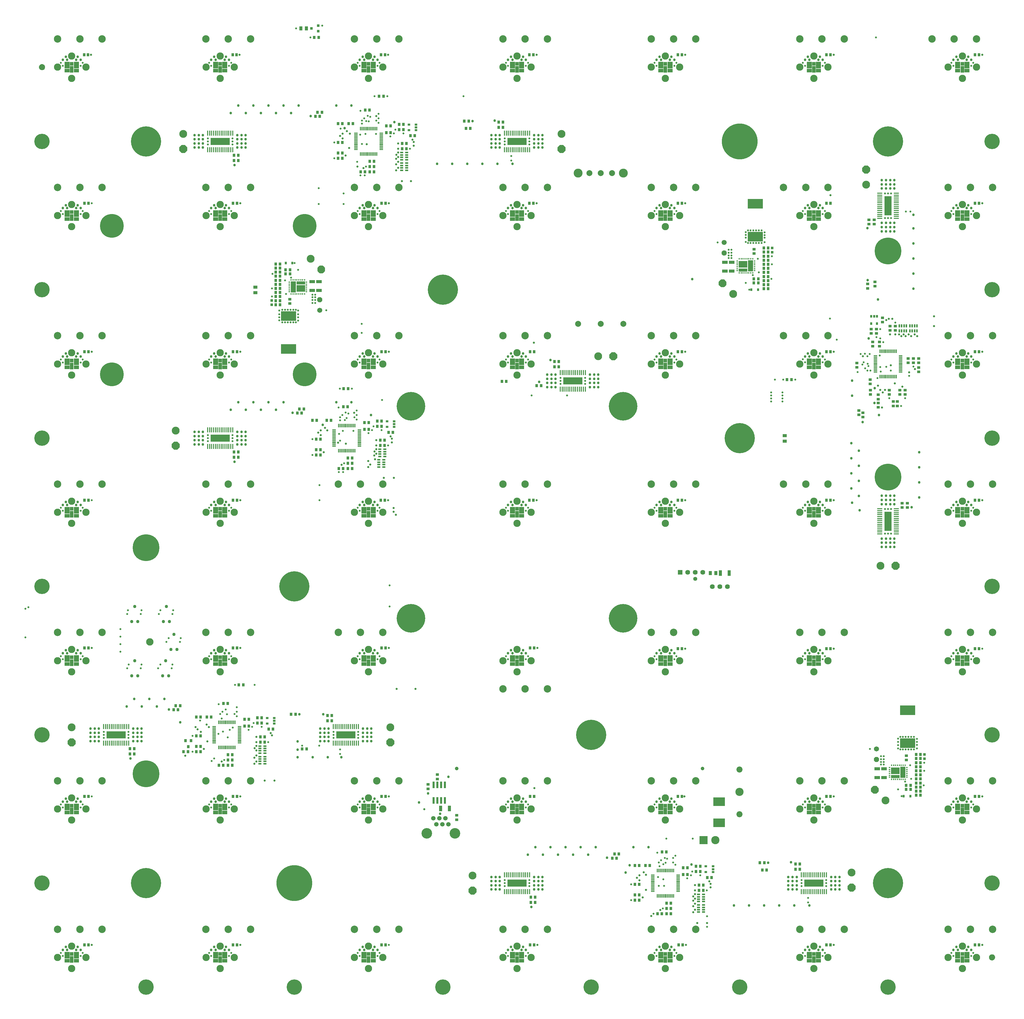
<source format=gts>
G75*
%MOIN*%
%OFA0B0*%
%FSLAX24Y24*%
%IPPOS*%
%LPD*%
%AMOC8*
5,1,8,0,0,1.08239X$1,22.5*
%
%ADD10C,0.2040*%
%ADD11C,0.0978*%
%ADD12C,0.0400*%
%ADD13R,0.0150X0.0512*%
%ADD14R,0.0512X0.0150*%
%ADD15R,0.0360X0.0400*%
%ADD16R,0.0355X0.0257*%
%ADD17R,0.2583X0.0965*%
%ADD18R,0.0158X0.0670*%
%ADD19R,0.0669X0.0866*%
%ADD20R,0.0669X0.0512*%
%ADD21R,0.0512X0.0512*%
%ADD22R,0.0512X0.0866*%
%ADD23C,0.0960*%
%ADD24C,0.0965*%
%ADD25C,0.0985*%
%ADD26R,0.0355X0.0394*%
%ADD27R,0.0394X0.0207*%
%ADD28C,0.1040*%
%ADD29OC8,0.1040*%
%ADD30R,0.0400X0.0360*%
%ADD31R,0.0257X0.0355*%
%ADD32R,0.0965X0.2583*%
%ADD33R,0.0670X0.0158*%
%ADD34R,0.0207X0.0394*%
%ADD35C,0.4000*%
%ADD36C,0.3790*%
%ADD37C,0.3140*%
%ADD38C,0.0640*%
%ADD39R,0.0640X0.0640*%
%ADD40C,0.0532*%
%ADD41R,0.0420X0.0580*%
%ADD42R,0.0434X0.0749*%
%ADD43R,0.1090X0.1090*%
%ADD44C,0.1090*%
%ADD45C,0.1080*%
%ADD46C,0.0805*%
%ADD47R,0.1536X0.1142*%
%ADD48C,0.1400*%
%ADD49C,0.0590*%
%ADD50R,0.0276X0.0906*%
%ADD51R,0.0340X0.0340*%
%ADD52C,0.0790*%
%ADD53C,0.1180*%
%ADD54OC8,0.0670*%
%ADD55C,0.0670*%
%ADD56C,0.0208*%
%ADD57R,0.2009X0.1260*%
%ADD58R,0.0158X0.0197*%
%ADD59R,0.0197X0.0158*%
%ADD60R,0.1154X0.0394*%
%ADD61R,0.1154X0.0906*%
%ADD62R,0.0670X0.1497*%
%ADD63R,0.0288X0.0367*%
%ADD64R,0.0749X0.0434*%
%ADD65C,0.0430*%
%ADD66R,0.0580X0.0420*%
%ADD67C,0.0340*%
%ADD68C,0.0260*%
%ADD69C,0.0290*%
%ADD70C,0.3540*%
%ADD71C,0.4764*%
%ADD72C,0.0490*%
%ADD73C,0.0280*%
D10*
X004087Y017867D03*
X017867Y004087D03*
X037552Y004087D03*
X057237Y004087D03*
X076922Y004087D03*
X096607Y004087D03*
X116292Y004087D03*
X130071Y017867D03*
X130071Y037552D03*
X130071Y057237D03*
X130071Y076922D03*
X130071Y096607D03*
X130071Y116292D03*
X004087Y116292D03*
X004087Y096607D03*
X004087Y076922D03*
X004087Y057237D03*
X004087Y037552D03*
D11*
X018379Y049879D03*
D12*
X003886Y126134D02*
X003888Y126162D01*
X003894Y126189D01*
X003903Y126216D01*
X003917Y126241D01*
X003933Y126263D01*
X003953Y126283D01*
X003975Y126301D01*
X003999Y126315D01*
X004025Y126325D01*
X004052Y126332D01*
X004080Y126335D01*
X004108Y126334D01*
X004136Y126329D01*
X004162Y126320D01*
X004187Y126308D01*
X004211Y126292D01*
X004232Y126274D01*
X004250Y126252D01*
X004264Y126228D01*
X004276Y126203D01*
X004284Y126176D01*
X004288Y126148D01*
X004288Y126120D01*
X004284Y126092D01*
X004276Y126065D01*
X004264Y126040D01*
X004250Y126016D01*
X004232Y125994D01*
X004211Y125976D01*
X004188Y125960D01*
X004162Y125948D01*
X004136Y125939D01*
X004108Y125934D01*
X004080Y125933D01*
X004052Y125936D01*
X004025Y125943D01*
X003999Y125953D01*
X003975Y125967D01*
X003953Y125985D01*
X003933Y126005D01*
X003917Y126027D01*
X003903Y126052D01*
X003894Y126079D01*
X003888Y126106D01*
X003886Y126134D01*
X129870Y008024D02*
X129872Y008052D01*
X129878Y008079D01*
X129887Y008106D01*
X129901Y008131D01*
X129917Y008153D01*
X129937Y008173D01*
X129959Y008191D01*
X129983Y008205D01*
X130009Y008215D01*
X130036Y008222D01*
X130064Y008225D01*
X130092Y008224D01*
X130120Y008219D01*
X130146Y008210D01*
X130171Y008198D01*
X130195Y008182D01*
X130216Y008164D01*
X130234Y008142D01*
X130248Y008118D01*
X130260Y008093D01*
X130268Y008066D01*
X130272Y008038D01*
X130272Y008010D01*
X130268Y007982D01*
X130260Y007955D01*
X130248Y007930D01*
X130234Y007906D01*
X130216Y007884D01*
X130195Y007866D01*
X130172Y007850D01*
X130146Y007838D01*
X130120Y007829D01*
X130092Y007824D01*
X130064Y007823D01*
X130036Y007826D01*
X130009Y007833D01*
X129983Y007843D01*
X129959Y007857D01*
X129937Y007875D01*
X129917Y007895D01*
X129901Y007917D01*
X129887Y007942D01*
X129878Y007969D01*
X129872Y007996D01*
X129870Y008024D01*
D13*
X087847Y016193D03*
X087650Y016193D03*
X087453Y016193D03*
X087256Y016193D03*
X087059Y016193D03*
X086863Y016193D03*
X086666Y016193D03*
X086469Y016193D03*
X086272Y016193D03*
X086075Y016193D03*
X085878Y016193D03*
X085681Y016193D03*
X085681Y019540D03*
X085878Y019540D03*
X086075Y019540D03*
X086272Y019540D03*
X086469Y019540D03*
X086666Y019540D03*
X086863Y019540D03*
X087059Y019540D03*
X087256Y019540D03*
X087453Y019540D03*
X087650Y019540D03*
X087847Y019540D03*
X045577Y075248D03*
X045380Y075248D03*
X045183Y075248D03*
X044986Y075248D03*
X044789Y075248D03*
X044593Y075248D03*
X044396Y075248D03*
X044199Y075248D03*
X044002Y075248D03*
X043805Y075248D03*
X043608Y075248D03*
X043411Y075248D03*
X043411Y078595D03*
X043608Y078595D03*
X043805Y078595D03*
X044002Y078595D03*
X044199Y078595D03*
X044396Y078595D03*
X044593Y078595D03*
X044789Y078595D03*
X044986Y078595D03*
X045183Y078595D03*
X045380Y078595D03*
X045577Y078595D03*
X046311Y114619D03*
X046508Y114619D03*
X046705Y114619D03*
X046902Y114619D03*
X047099Y114619D03*
X047296Y114619D03*
X047493Y114619D03*
X047689Y114619D03*
X047886Y114619D03*
X048083Y114619D03*
X048280Y114619D03*
X048477Y114619D03*
X048477Y117965D03*
X048280Y117965D03*
X048083Y117965D03*
X047886Y117965D03*
X047689Y117965D03*
X047493Y117965D03*
X047296Y117965D03*
X047099Y117965D03*
X046902Y117965D03*
X046705Y117965D03*
X046508Y117965D03*
X046311Y117965D03*
X115209Y088437D03*
X115406Y088437D03*
X115603Y088437D03*
X115800Y088437D03*
X115996Y088437D03*
X116193Y088437D03*
X116390Y088437D03*
X116587Y088437D03*
X116784Y088437D03*
X116981Y088437D03*
X117178Y088437D03*
X117374Y088437D03*
X117374Y085091D03*
X117178Y085091D03*
X116981Y085091D03*
X116784Y085091D03*
X116587Y085091D03*
X116390Y085091D03*
X116193Y085091D03*
X115996Y085091D03*
X115800Y085091D03*
X115603Y085091D03*
X115406Y085091D03*
X115209Y085091D03*
X029677Y039225D03*
X029480Y039225D03*
X029283Y039225D03*
X029086Y039225D03*
X028889Y039225D03*
X028693Y039225D03*
X028496Y039225D03*
X028299Y039225D03*
X028102Y039225D03*
X027905Y039225D03*
X027708Y039225D03*
X027511Y039225D03*
X027511Y035878D03*
X027708Y035878D03*
X027905Y035878D03*
X028102Y035878D03*
X028299Y035878D03*
X028496Y035878D03*
X028693Y035878D03*
X028889Y035878D03*
X029086Y035878D03*
X029283Y035878D03*
X029480Y035878D03*
X029677Y035878D03*
D14*
X030267Y036469D03*
X030267Y036666D03*
X030267Y036863D03*
X030267Y037059D03*
X030267Y037256D03*
X030267Y037453D03*
X030267Y037650D03*
X030267Y037847D03*
X030267Y038044D03*
X030267Y038241D03*
X030267Y038437D03*
X030267Y038634D03*
X026921Y038634D03*
X026921Y038437D03*
X026921Y038241D03*
X026921Y038044D03*
X026921Y037847D03*
X026921Y037650D03*
X026921Y037453D03*
X026921Y037256D03*
X026921Y037059D03*
X026921Y036863D03*
X026921Y036666D03*
X026921Y036469D03*
X042821Y075839D03*
X042821Y076036D03*
X042821Y076233D03*
X042821Y076430D03*
X042821Y076626D03*
X042821Y076823D03*
X042821Y077020D03*
X042821Y077217D03*
X042821Y077414D03*
X042821Y077611D03*
X042821Y077807D03*
X042821Y078004D03*
X046167Y078004D03*
X046167Y077807D03*
X046167Y077611D03*
X046167Y077414D03*
X046167Y077217D03*
X046167Y077020D03*
X046167Y076823D03*
X046167Y076626D03*
X046167Y076430D03*
X046167Y076233D03*
X046167Y076036D03*
X046167Y075839D03*
X045721Y115209D03*
X045721Y115406D03*
X045721Y115603D03*
X045721Y115800D03*
X045721Y115996D03*
X045721Y116193D03*
X045721Y116390D03*
X045721Y116587D03*
X045721Y116784D03*
X045721Y116981D03*
X045721Y117178D03*
X045721Y117374D03*
X049067Y117374D03*
X049067Y117178D03*
X049067Y116981D03*
X049067Y116784D03*
X049067Y116587D03*
X049067Y116390D03*
X049067Y116193D03*
X049067Y115996D03*
X049067Y115800D03*
X049067Y115603D03*
X049067Y115406D03*
X049067Y115209D03*
X114619Y087847D03*
X114619Y087650D03*
X114619Y087453D03*
X114619Y087256D03*
X114619Y087059D03*
X114619Y086863D03*
X114619Y086666D03*
X114619Y086469D03*
X114619Y086272D03*
X114619Y086075D03*
X114619Y085878D03*
X114619Y085681D03*
X117965Y085681D03*
X117965Y085878D03*
X117965Y086075D03*
X117965Y086272D03*
X117965Y086469D03*
X117965Y086666D03*
X117965Y086863D03*
X117965Y087059D03*
X117965Y087256D03*
X117965Y087453D03*
X117965Y087650D03*
X117965Y087847D03*
X088437Y018949D03*
X088437Y018752D03*
X088437Y018556D03*
X088437Y018359D03*
X088437Y018162D03*
X088437Y017965D03*
X088437Y017768D03*
X088437Y017571D03*
X088437Y017374D03*
X088437Y017178D03*
X088437Y016981D03*
X088437Y016784D03*
X085091Y016784D03*
X085091Y016981D03*
X085091Y017178D03*
X085091Y017374D03*
X085091Y017571D03*
X085091Y017768D03*
X085091Y017965D03*
X085091Y018162D03*
X085091Y018359D03*
X085091Y018556D03*
X085091Y018752D03*
X085091Y018949D03*
D15*
X084692Y020229D03*
X084112Y020229D03*
X083284Y020224D03*
X082704Y020224D03*
X080581Y021737D03*
X080001Y021737D03*
X080283Y021194D03*
X079703Y021194D03*
X082704Y017724D03*
X083284Y017724D03*
X083284Y016324D03*
X082704Y016324D03*
X082704Y015624D03*
X083284Y015624D03*
X085704Y013824D03*
X086284Y013824D03*
X086904Y013824D03*
X087484Y013824D03*
X087484Y014524D03*
X086904Y014524D03*
X086904Y015224D03*
X087484Y015224D03*
X091204Y016904D03*
X091784Y016904D03*
X091784Y017604D03*
X091204Y017604D03*
X092304Y018624D03*
X092884Y018624D03*
X091384Y019424D03*
X090804Y019424D03*
X090804Y020124D03*
X091384Y020124D03*
X089684Y019924D03*
X089104Y019924D03*
X089104Y019024D03*
X089684Y019024D03*
X086884Y022024D03*
X086304Y022024D03*
X099289Y020579D03*
X099869Y020579D03*
X099609Y019609D03*
X100189Y019609D03*
X104004Y019724D03*
X104584Y019724D03*
X104584Y020424D03*
X104004Y020424D03*
X118689Y030319D03*
X118689Y030859D03*
X119269Y030859D03*
X119269Y030319D03*
X120009Y030079D03*
X120009Y029539D03*
X120589Y029539D03*
X120589Y030079D03*
X120589Y030619D03*
X120589Y031159D03*
X120589Y031699D03*
X120589Y032239D03*
X120589Y032779D03*
X120589Y033319D03*
X120589Y033859D03*
X120589Y034399D03*
X120589Y034939D03*
X120009Y034939D03*
X120009Y034399D03*
X120009Y033859D03*
X120009Y033319D03*
X120009Y032779D03*
X120009Y032239D03*
X120009Y031699D03*
X120009Y031159D03*
X120009Y030619D03*
X069484Y016024D03*
X068904Y016024D03*
X068904Y015324D03*
X069484Y015324D03*
X042514Y039409D03*
X041934Y039409D03*
X041934Y040109D03*
X042514Y040109D03*
X037709Y040279D03*
X037129Y040279D03*
X034714Y038309D03*
X034134Y038309D03*
X033614Y037289D03*
X033034Y037289D03*
X033034Y036589D03*
X033614Y036589D03*
X033214Y039109D03*
X032634Y039109D03*
X032634Y039809D03*
X033214Y039809D03*
X031514Y039609D03*
X030934Y039609D03*
X030934Y038709D03*
X031514Y038709D03*
X028714Y041709D03*
X028134Y041709D03*
X026522Y039914D03*
X025942Y039914D03*
X025114Y039909D03*
X024534Y039909D03*
X024534Y037409D03*
X025114Y037409D03*
X025114Y036009D03*
X024534Y036009D03*
X024534Y035309D03*
X025114Y035309D03*
X023439Y035309D03*
X022859Y035309D03*
X027534Y033509D03*
X028114Y033509D03*
X028734Y033509D03*
X029314Y033509D03*
X029314Y034209D03*
X028734Y034209D03*
X028734Y034909D03*
X029314Y034909D03*
X022113Y040879D03*
X021533Y040879D03*
X021831Y041422D03*
X022411Y041422D03*
X016314Y035709D03*
X015734Y035709D03*
X015734Y035009D03*
X016314Y035009D03*
X030189Y044179D03*
X030769Y044179D03*
X038589Y035679D03*
X039169Y035679D03*
X043434Y072879D03*
X044014Y072879D03*
X044634Y072879D03*
X045214Y072879D03*
X045214Y073579D03*
X044634Y073579D03*
X044634Y074279D03*
X045214Y074279D03*
X046834Y078079D03*
X047414Y078079D03*
X047414Y078979D03*
X046834Y078979D03*
X048534Y079179D03*
X049114Y079179D03*
X049114Y078479D03*
X048534Y078479D03*
X050034Y077679D03*
X050614Y077679D03*
X049514Y076659D03*
X048934Y076659D03*
X048934Y075959D03*
X049514Y075959D03*
X044614Y081079D03*
X044034Y081079D03*
X044089Y083479D03*
X044669Y083479D03*
X042422Y079284D03*
X041842Y079284D03*
X040514Y079279D03*
X039934Y079279D03*
X038513Y080249D03*
X037933Y080249D03*
X038231Y080792D03*
X038811Y080792D03*
X040434Y076779D03*
X041014Y076779D03*
X041014Y075379D03*
X040434Y075379D03*
X040434Y074679D03*
X041014Y074679D03*
X030114Y074379D03*
X029534Y074379D03*
X029534Y075079D03*
X030114Y075079D03*
X035069Y094619D03*
X035069Y095159D03*
X035069Y095699D03*
X035069Y096239D03*
X035069Y096779D03*
X035069Y097319D03*
X035069Y097859D03*
X035069Y098399D03*
X035069Y098939D03*
X035069Y099479D03*
X035069Y100019D03*
X035649Y100019D03*
X035649Y099479D03*
X035649Y098939D03*
X035649Y098399D03*
X035649Y097859D03*
X035649Y097319D03*
X035649Y096779D03*
X035649Y096239D03*
X035649Y095699D03*
X035649Y095159D03*
X035649Y094619D03*
X036389Y098699D03*
X036389Y099239D03*
X036969Y099239D03*
X036969Y098699D03*
X046334Y112249D03*
X046914Y112249D03*
X047534Y112249D03*
X048114Y112249D03*
X048114Y112949D03*
X047534Y112949D03*
X047534Y113649D03*
X048114Y113649D03*
X051834Y115329D03*
X052414Y115329D03*
X052414Y116029D03*
X051834Y116029D03*
X052934Y117049D03*
X053514Y117049D03*
X052014Y117849D03*
X051434Y117849D03*
X051434Y118549D03*
X052014Y118549D03*
X050314Y118349D03*
X049734Y118349D03*
X049734Y117449D03*
X050314Y117449D03*
X047514Y120449D03*
X046934Y120449D03*
X045322Y118654D03*
X044742Y118654D03*
X043914Y118649D03*
X043334Y118649D03*
X043334Y116149D03*
X043914Y116149D03*
X043914Y114749D03*
X043334Y114749D03*
X043334Y114049D03*
X043914Y114049D03*
X040913Y119619D03*
X040333Y119619D03*
X040631Y120162D03*
X041211Y120162D03*
X048789Y122279D03*
X049369Y122279D03*
X040769Y130079D03*
X040189Y130079D03*
X030114Y114449D03*
X029534Y114449D03*
X029534Y113749D03*
X030114Y113749D03*
X060089Y118979D03*
X060669Y118979D03*
X060889Y117999D03*
X060309Y117999D03*
X064634Y118149D03*
X065214Y118149D03*
X065214Y118849D03*
X064634Y118849D03*
X072034Y087079D03*
X072614Y087079D03*
X072614Y086379D03*
X072034Y086379D03*
X070269Y083879D03*
X069689Y083879D03*
X065649Y084459D03*
X065069Y084459D03*
X098489Y097519D03*
X098489Y098059D03*
X099069Y098059D03*
X099069Y097519D03*
X099809Y097279D03*
X099809Y096739D03*
X100389Y096739D03*
X100389Y097279D03*
X100389Y097819D03*
X100389Y098359D03*
X100389Y098899D03*
X100389Y099439D03*
X100389Y099979D03*
X100389Y100519D03*
X100389Y101059D03*
X100389Y101599D03*
X100389Y102139D03*
X099809Y102139D03*
X099809Y101599D03*
X099809Y101059D03*
X099809Y100519D03*
X099809Y099979D03*
X099809Y099439D03*
X099809Y098899D03*
X099809Y098359D03*
X099809Y097819D03*
X102889Y084679D03*
X103469Y084679D03*
D16*
X053696Y117775D03*
X053696Y118149D03*
X053696Y118523D03*
X052752Y118523D03*
X052752Y117775D03*
X050796Y079153D03*
X050796Y078779D03*
X050796Y078405D03*
X049852Y078405D03*
X049852Y079153D03*
X034896Y039783D03*
X034896Y039409D03*
X034896Y039035D03*
X033952Y039035D03*
X033952Y039783D03*
X092122Y020098D03*
X092122Y019350D03*
X093067Y019350D03*
X093067Y019724D03*
X093067Y020098D03*
D17*
X106449Y017867D03*
X067079Y017867D03*
X044379Y037552D03*
X013909Y037552D03*
X027709Y076922D03*
X027709Y116292D03*
X067079Y116292D03*
X074479Y084522D03*
D18*
X074351Y085624D03*
X074095Y085624D03*
X073839Y085624D03*
X073583Y085624D03*
X073328Y085624D03*
X073072Y085624D03*
X072816Y085624D03*
X074607Y085624D03*
X074863Y085624D03*
X075119Y085624D03*
X075375Y085624D03*
X075631Y085624D03*
X075887Y085624D03*
X076143Y085624D03*
X076143Y083419D03*
X075887Y083419D03*
X075631Y083419D03*
X075375Y083419D03*
X075119Y083419D03*
X074863Y083419D03*
X074607Y083419D03*
X074351Y083419D03*
X074095Y083419D03*
X073839Y083419D03*
X073583Y083419D03*
X073328Y083419D03*
X073072Y083419D03*
X072816Y083419D03*
X068743Y115189D03*
X068487Y115189D03*
X068231Y115189D03*
X067975Y115189D03*
X067719Y115189D03*
X067463Y115189D03*
X067207Y115189D03*
X066951Y115189D03*
X066695Y115189D03*
X066439Y115189D03*
X066183Y115189D03*
X065928Y115189D03*
X065672Y115189D03*
X065416Y115189D03*
X065416Y117394D03*
X065672Y117394D03*
X065928Y117394D03*
X066183Y117394D03*
X066439Y117394D03*
X066695Y117394D03*
X066951Y117394D03*
X067207Y117394D03*
X067463Y117394D03*
X067719Y117394D03*
X067975Y117394D03*
X068231Y117394D03*
X068487Y117394D03*
X068743Y117394D03*
X029372Y117394D03*
X029117Y117394D03*
X028861Y117394D03*
X028605Y117394D03*
X028349Y117394D03*
X028093Y117394D03*
X027837Y117394D03*
X027581Y117394D03*
X027325Y117394D03*
X027069Y117394D03*
X026813Y117394D03*
X026557Y117394D03*
X026302Y117394D03*
X026046Y117394D03*
X026046Y115189D03*
X026302Y115189D03*
X026557Y115189D03*
X026813Y115189D03*
X027069Y115189D03*
X027325Y115189D03*
X027581Y115189D03*
X027837Y115189D03*
X028093Y115189D03*
X028349Y115189D03*
X028605Y115189D03*
X028861Y115189D03*
X029117Y115189D03*
X029372Y115189D03*
X029372Y078024D03*
X029117Y078024D03*
X028861Y078024D03*
X028605Y078024D03*
X028349Y078024D03*
X028093Y078024D03*
X027837Y078024D03*
X027581Y078024D03*
X027325Y078024D03*
X027069Y078024D03*
X026813Y078024D03*
X026557Y078024D03*
X026302Y078024D03*
X026046Y078024D03*
X026046Y075819D03*
X026302Y075819D03*
X026557Y075819D03*
X026813Y075819D03*
X027069Y075819D03*
X027325Y075819D03*
X027581Y075819D03*
X027837Y075819D03*
X028093Y075819D03*
X028349Y075819D03*
X028605Y075819D03*
X028861Y075819D03*
X029117Y075819D03*
X029372Y075819D03*
X042716Y038654D03*
X042972Y038654D03*
X043228Y038654D03*
X043483Y038654D03*
X043739Y038654D03*
X043995Y038654D03*
X044251Y038654D03*
X044507Y038654D03*
X044763Y038654D03*
X045019Y038654D03*
X045275Y038654D03*
X045531Y038654D03*
X045787Y038654D03*
X046043Y038654D03*
X046043Y036449D03*
X045787Y036449D03*
X045531Y036449D03*
X045275Y036449D03*
X045019Y036449D03*
X044763Y036449D03*
X044507Y036449D03*
X044251Y036449D03*
X043995Y036449D03*
X043739Y036449D03*
X043483Y036449D03*
X043228Y036449D03*
X042972Y036449D03*
X042716Y036449D03*
X065416Y018969D03*
X065672Y018969D03*
X065928Y018969D03*
X066183Y018969D03*
X066439Y018969D03*
X066695Y018969D03*
X066951Y018969D03*
X067207Y018969D03*
X067463Y018969D03*
X067719Y018969D03*
X067975Y018969D03*
X068231Y018969D03*
X068487Y018969D03*
X068743Y018969D03*
X068743Y016764D03*
X068487Y016764D03*
X068231Y016764D03*
X067975Y016764D03*
X067719Y016764D03*
X067463Y016764D03*
X067207Y016764D03*
X066951Y016764D03*
X066695Y016764D03*
X066439Y016764D03*
X066183Y016764D03*
X065928Y016764D03*
X065672Y016764D03*
X065416Y016764D03*
X104786Y016764D03*
X105042Y016764D03*
X105298Y016764D03*
X105554Y016764D03*
X105809Y016764D03*
X106065Y016764D03*
X106321Y016764D03*
X106577Y016764D03*
X106833Y016764D03*
X107089Y016764D03*
X107345Y016764D03*
X107601Y016764D03*
X107857Y016764D03*
X108113Y016764D03*
X108113Y018969D03*
X107857Y018969D03*
X107601Y018969D03*
X107345Y018969D03*
X107089Y018969D03*
X106833Y018969D03*
X106577Y018969D03*
X106321Y018969D03*
X106065Y018969D03*
X105809Y018969D03*
X105554Y018969D03*
X105298Y018969D03*
X105042Y018969D03*
X104786Y018969D03*
X015572Y036449D03*
X015317Y036449D03*
X015061Y036449D03*
X014805Y036449D03*
X014549Y036449D03*
X014293Y036449D03*
X014037Y036449D03*
X013781Y036449D03*
X013525Y036449D03*
X013269Y036449D03*
X013013Y036449D03*
X012757Y036449D03*
X012502Y036449D03*
X012246Y036449D03*
X012246Y038654D03*
X012502Y038654D03*
X012757Y038654D03*
X013013Y038654D03*
X013269Y038654D03*
X013525Y038654D03*
X013781Y038654D03*
X014037Y038654D03*
X014293Y038654D03*
X014549Y038654D03*
X014805Y038654D03*
X015061Y038654D03*
X015317Y038654D03*
X015572Y038654D03*
D19*
X008634Y047670D03*
X007414Y047670D03*
X007414Y027985D03*
X008634Y027985D03*
X027099Y027985D03*
X028319Y027985D03*
X046784Y027985D03*
X048004Y027985D03*
X066469Y027985D03*
X067689Y027985D03*
X086154Y027985D03*
X087374Y027985D03*
X105839Y027985D03*
X107059Y027985D03*
X125524Y027985D03*
X126744Y027985D03*
X126744Y047670D03*
X125524Y047670D03*
X107059Y047670D03*
X105839Y047670D03*
X087374Y047670D03*
X086154Y047670D03*
X067689Y047670D03*
X066469Y047670D03*
X048004Y047670D03*
X046784Y047670D03*
X028319Y047670D03*
X027099Y047670D03*
X027099Y067355D03*
X028319Y067355D03*
X046784Y067355D03*
X048004Y067355D03*
X066469Y067355D03*
X067689Y067355D03*
X086154Y067355D03*
X087374Y067355D03*
X105839Y067355D03*
X107059Y067355D03*
X125524Y067355D03*
X126744Y067355D03*
X126744Y087040D03*
X125524Y087040D03*
X107059Y087040D03*
X105839Y087040D03*
X087374Y087040D03*
X086154Y087040D03*
X067689Y087040D03*
X066469Y087040D03*
X048004Y087040D03*
X046784Y087040D03*
X028319Y087040D03*
X027099Y087040D03*
X008634Y087040D03*
X007414Y087040D03*
X007414Y106725D03*
X008634Y106725D03*
X027099Y106725D03*
X028319Y106725D03*
X046784Y106725D03*
X048004Y106725D03*
X066469Y106725D03*
X067689Y106725D03*
X086154Y106725D03*
X087374Y106725D03*
X105839Y106725D03*
X107059Y106725D03*
X125524Y106725D03*
X126744Y106725D03*
X126744Y126410D03*
X125524Y126410D03*
X107059Y126410D03*
X105839Y126410D03*
X087374Y126410D03*
X086154Y126410D03*
X067689Y126410D03*
X066469Y126410D03*
X048004Y126410D03*
X046784Y126410D03*
X028319Y126410D03*
X027099Y126410D03*
X008634Y126410D03*
X007414Y126410D03*
X007414Y067355D03*
X008634Y067355D03*
X008634Y008300D03*
X007414Y008300D03*
X027099Y008300D03*
X028319Y008300D03*
X046784Y008300D03*
X048004Y008300D03*
X066469Y008300D03*
X067689Y008300D03*
X086154Y008300D03*
X087374Y008300D03*
X105839Y008300D03*
X107059Y008300D03*
X125524Y008300D03*
X126744Y008300D03*
D20*
X126744Y007571D03*
X125524Y007571D03*
X107059Y007571D03*
X105839Y007571D03*
X087374Y007571D03*
X086154Y007571D03*
X067689Y007571D03*
X066469Y007571D03*
X048004Y007571D03*
X046784Y007571D03*
X028319Y007571D03*
X027099Y007571D03*
X008634Y007571D03*
X007414Y007571D03*
X007414Y027256D03*
X008634Y027256D03*
X027099Y027256D03*
X028319Y027256D03*
X046784Y027256D03*
X048004Y027256D03*
X066469Y027256D03*
X067689Y027256D03*
X086154Y027256D03*
X087374Y027256D03*
X105839Y027256D03*
X107059Y027256D03*
X125524Y027256D03*
X126744Y027256D03*
X126744Y046941D03*
X125524Y046941D03*
X107059Y046941D03*
X105839Y046941D03*
X087374Y046941D03*
X086154Y046941D03*
X067689Y046941D03*
X066469Y046941D03*
X048004Y046941D03*
X046784Y046941D03*
X028319Y046941D03*
X027099Y046941D03*
X008634Y046941D03*
X007414Y046941D03*
X007414Y066626D03*
X008634Y066626D03*
X027099Y066626D03*
X028319Y066626D03*
X046784Y066626D03*
X048004Y066626D03*
X066469Y066626D03*
X067689Y066626D03*
X086154Y066626D03*
X087374Y066626D03*
X105839Y066626D03*
X107059Y066626D03*
X125524Y066626D03*
X126744Y066626D03*
X126744Y086311D03*
X125524Y086311D03*
X107059Y086311D03*
X105839Y086311D03*
X087374Y086311D03*
X086154Y086311D03*
X067689Y086311D03*
X066469Y086311D03*
X048004Y086311D03*
X046784Y086311D03*
X028319Y086311D03*
X027099Y086311D03*
X008634Y086311D03*
X007414Y086311D03*
X007414Y105996D03*
X008634Y105996D03*
X027099Y105996D03*
X028319Y105996D03*
X046784Y105996D03*
X048004Y105996D03*
X066469Y105996D03*
X067689Y105996D03*
X086154Y105996D03*
X087374Y105996D03*
X105839Y105996D03*
X107059Y105996D03*
X125524Y105996D03*
X126744Y105996D03*
X126744Y125681D03*
X125524Y125681D03*
X107059Y125681D03*
X105839Y125681D03*
X087374Y125681D03*
X086154Y125681D03*
X067689Y125681D03*
X066469Y125681D03*
X048004Y125681D03*
X046784Y125681D03*
X028319Y125681D03*
X027099Y125681D03*
X008634Y125681D03*
X007414Y125681D03*
D21*
X008024Y126587D03*
X008024Y106902D03*
X008024Y087217D03*
X008024Y067532D03*
X027709Y067532D03*
X027709Y087217D03*
X027709Y106902D03*
X027709Y126587D03*
X047394Y126587D03*
X047394Y106902D03*
X047394Y087217D03*
X047394Y067532D03*
X067079Y067532D03*
X067079Y087217D03*
X067079Y106902D03*
X067079Y126587D03*
X086764Y126587D03*
X086764Y106902D03*
X086764Y087217D03*
X086764Y067532D03*
X086764Y047847D03*
X067079Y047847D03*
X047394Y047847D03*
X047394Y028162D03*
X047394Y008477D03*
X027709Y008477D03*
X027709Y028162D03*
X027709Y047847D03*
X008024Y047847D03*
X008024Y028162D03*
X008024Y008477D03*
X067079Y008477D03*
X067079Y028162D03*
X086764Y028162D03*
X086764Y008477D03*
X106449Y008477D03*
X106449Y028162D03*
X106449Y047847D03*
X106449Y067532D03*
X106449Y087217D03*
X106449Y106902D03*
X106449Y126587D03*
X126134Y126587D03*
X126134Y106902D03*
X126134Y087217D03*
X126134Y067532D03*
X126134Y047847D03*
X126134Y028162D03*
X126134Y008477D03*
D22*
X126134Y007752D03*
X126134Y027437D03*
X106449Y027437D03*
X106449Y007752D03*
X086764Y007752D03*
X067079Y007752D03*
X047394Y007752D03*
X047394Y027437D03*
X027709Y027437D03*
X027709Y007752D03*
X008024Y007752D03*
X008024Y027437D03*
X008024Y047122D03*
X008024Y066807D03*
X008024Y086493D03*
X008024Y106178D03*
X008024Y125863D03*
X027709Y125863D03*
X027709Y106178D03*
X047394Y106178D03*
X047394Y125863D03*
X067079Y125863D03*
X067079Y106178D03*
X086764Y106178D03*
X086764Y125863D03*
X106449Y125863D03*
X106449Y106178D03*
X126134Y106178D03*
X126134Y125863D03*
X126134Y086493D03*
X126134Y066807D03*
X126134Y047122D03*
X106449Y047122D03*
X106449Y066807D03*
X106449Y086493D03*
X086764Y086493D03*
X067079Y086493D03*
X047394Y086493D03*
X047394Y066807D03*
X047394Y047122D03*
X027709Y047122D03*
X027709Y066807D03*
X027709Y086493D03*
X067079Y066807D03*
X067079Y047122D03*
X067079Y027437D03*
X086764Y027437D03*
X086764Y047122D03*
X086764Y066807D03*
D23*
X006149Y008024D03*
X009899Y008024D03*
X025834Y008024D03*
X029584Y008024D03*
X045519Y008024D03*
X049269Y008024D03*
X065204Y008024D03*
X068954Y008024D03*
X084889Y008024D03*
X088639Y008024D03*
X104574Y008024D03*
X108324Y008024D03*
X124259Y008024D03*
X128009Y008024D03*
X128009Y027709D03*
X124259Y027709D03*
X108324Y027709D03*
X104574Y027709D03*
X088639Y027709D03*
X084889Y027709D03*
X068954Y027709D03*
X065204Y027709D03*
X049269Y027709D03*
X045519Y027709D03*
X029584Y027709D03*
X025834Y027709D03*
X009899Y027709D03*
X006149Y027709D03*
X006149Y047394D03*
X009899Y047394D03*
X025834Y047394D03*
X029584Y047394D03*
X045519Y047394D03*
X049269Y047394D03*
X065204Y047394D03*
X068954Y047394D03*
X084889Y047394D03*
X088639Y047394D03*
X104574Y047394D03*
X108324Y047394D03*
X124259Y047394D03*
X128009Y047394D03*
X128009Y067079D03*
X124259Y067079D03*
X108324Y067079D03*
X104574Y067079D03*
X088639Y067079D03*
X084889Y067079D03*
X068954Y067079D03*
X065204Y067079D03*
X049269Y067079D03*
X045519Y067079D03*
X029584Y067079D03*
X025834Y067079D03*
X009899Y067079D03*
X006149Y067079D03*
X006149Y086764D03*
X009899Y086764D03*
X025834Y086764D03*
X029584Y086764D03*
X045519Y086764D03*
X049269Y086764D03*
X065204Y086764D03*
X068954Y086764D03*
X084889Y086764D03*
X088639Y086764D03*
X104574Y086764D03*
X108324Y086764D03*
X124259Y086764D03*
X128009Y086764D03*
X128009Y106449D03*
X124259Y106449D03*
X108324Y106449D03*
X104574Y106449D03*
X088639Y106449D03*
X084889Y106449D03*
X068954Y106449D03*
X065204Y106449D03*
X049269Y106449D03*
X045519Y106449D03*
X029584Y106449D03*
X025834Y106449D03*
X009899Y106449D03*
X006149Y106449D03*
X006149Y126134D03*
X009899Y126134D03*
X025834Y126134D03*
X029584Y126134D03*
X045519Y126134D03*
X049269Y126134D03*
X065204Y126134D03*
X068954Y126134D03*
X084889Y126134D03*
X088639Y126134D03*
X104574Y126134D03*
X108324Y126134D03*
X124259Y126134D03*
X128009Y126134D03*
D24*
X126134Y124658D03*
X126134Y127611D03*
X126134Y107926D03*
X126134Y104973D03*
X126134Y088241D03*
X126134Y085288D03*
X126134Y068556D03*
X126134Y065603D03*
X126134Y048870D03*
X126134Y045918D03*
X126134Y029185D03*
X126134Y026233D03*
X126134Y009500D03*
X126134Y006548D03*
X106449Y006548D03*
X106449Y009500D03*
X106449Y026233D03*
X106449Y029185D03*
X106449Y045918D03*
X106449Y048870D03*
X106449Y065603D03*
X106449Y068556D03*
X106449Y085288D03*
X106449Y088241D03*
X106449Y104973D03*
X106449Y107926D03*
X106449Y124658D03*
X106449Y127611D03*
X086764Y127611D03*
X086764Y124658D03*
X086764Y107926D03*
X086764Y104973D03*
X086764Y088241D03*
X086764Y085288D03*
X086764Y068556D03*
X086764Y065603D03*
X086764Y048870D03*
X086764Y045918D03*
X086764Y029185D03*
X086764Y026233D03*
X086764Y009500D03*
X086764Y006548D03*
X067079Y006548D03*
X067079Y009500D03*
X067079Y026233D03*
X067079Y029185D03*
X067079Y045918D03*
X067079Y048870D03*
X067079Y065603D03*
X067079Y068556D03*
X067079Y085288D03*
X067079Y088241D03*
X067079Y104973D03*
X067079Y107926D03*
X067079Y124658D03*
X067079Y127611D03*
X047394Y127611D03*
X047394Y124658D03*
X047394Y107926D03*
X047394Y104973D03*
X047394Y088241D03*
X047394Y085288D03*
X047394Y068556D03*
X047394Y065603D03*
X047394Y048870D03*
X047394Y045918D03*
X047394Y029185D03*
X047394Y026233D03*
X047394Y009500D03*
X047394Y006548D03*
X027709Y006548D03*
X027709Y009500D03*
X027709Y026233D03*
X027709Y029185D03*
X027709Y045918D03*
X027709Y048870D03*
X027709Y065603D03*
X027709Y068556D03*
X027709Y085288D03*
X027709Y088241D03*
X027709Y104973D03*
X027709Y107926D03*
X027709Y124658D03*
X027709Y127611D03*
X008024Y127611D03*
X008024Y124658D03*
X008024Y107926D03*
X008024Y104973D03*
X008024Y088241D03*
X008024Y085288D03*
X008024Y068556D03*
X008024Y065603D03*
X008024Y048870D03*
X008024Y045918D03*
X008024Y029185D03*
X008024Y026233D03*
X008024Y009500D03*
X008024Y006548D03*
D25*
X009099Y011764D03*
X012052Y011764D03*
X006146Y011764D03*
X006146Y031449D03*
X009099Y031449D03*
X012052Y031449D03*
X025831Y031449D03*
X028784Y031449D03*
X031737Y031449D03*
X045516Y031449D03*
X048469Y031449D03*
X051422Y031449D03*
X065201Y031449D03*
X068154Y031449D03*
X071107Y031449D03*
X071107Y043654D03*
X068154Y043654D03*
X065201Y043654D03*
X049272Y051134D03*
X046319Y051134D03*
X043367Y051134D03*
X031737Y051134D03*
X028784Y051134D03*
X025831Y051134D03*
X012052Y051134D03*
X009099Y051134D03*
X006146Y051134D03*
X006146Y070819D03*
X009099Y070819D03*
X012052Y070819D03*
X025831Y070819D03*
X028784Y070819D03*
X031737Y070819D03*
X043367Y070819D03*
X046319Y070819D03*
X049272Y070819D03*
X065201Y070819D03*
X068154Y070819D03*
X071107Y070819D03*
X084886Y070819D03*
X087839Y070819D03*
X090792Y070819D03*
X102422Y070819D03*
X105374Y070819D03*
X108327Y070819D03*
X124256Y070819D03*
X127209Y070819D03*
X130162Y070819D03*
X130162Y051134D03*
X127209Y051134D03*
X124256Y051134D03*
X110477Y051134D03*
X107524Y051134D03*
X104571Y051134D03*
X090792Y051134D03*
X087839Y051134D03*
X084886Y051134D03*
X084886Y031449D03*
X087839Y031449D03*
X090792Y031449D03*
X104571Y031449D03*
X107524Y031449D03*
X110477Y031449D03*
X124256Y031449D03*
X127209Y031449D03*
X130162Y031449D03*
X130162Y011764D03*
X127209Y011764D03*
X124256Y011764D03*
X110477Y011764D03*
X107524Y011764D03*
X104571Y011764D03*
X090792Y011764D03*
X087839Y011764D03*
X084886Y011764D03*
X071107Y011764D03*
X068154Y011764D03*
X065201Y011764D03*
X051422Y011764D03*
X048469Y011764D03*
X045516Y011764D03*
X031737Y011764D03*
X028784Y011764D03*
X025831Y011764D03*
X025831Y090504D03*
X028784Y090504D03*
X031737Y090504D03*
X045516Y090504D03*
X048469Y090504D03*
X051422Y090504D03*
X065201Y090504D03*
X068154Y090504D03*
X071107Y090504D03*
X084886Y090504D03*
X087839Y090504D03*
X090792Y090504D03*
X102422Y090504D03*
X105374Y090504D03*
X108327Y090504D03*
X124256Y090504D03*
X127209Y090504D03*
X130162Y090504D03*
X130162Y110189D03*
X127209Y110189D03*
X124256Y110189D03*
X108327Y110189D03*
X105374Y110189D03*
X102422Y110189D03*
X090792Y110189D03*
X087839Y110189D03*
X084886Y110189D03*
X071107Y110189D03*
X068154Y110189D03*
X065201Y110189D03*
X051422Y110189D03*
X048469Y110189D03*
X045516Y110189D03*
X031737Y110189D03*
X028784Y110189D03*
X025831Y110189D03*
X012052Y110189D03*
X009099Y110189D03*
X006146Y110189D03*
X006146Y129874D03*
X009099Y129874D03*
X012052Y129874D03*
X025831Y129874D03*
X028784Y129874D03*
X031737Y129874D03*
X045516Y129874D03*
X048469Y129874D03*
X051422Y129874D03*
X065201Y129874D03*
X068154Y129874D03*
X071107Y129874D03*
X084886Y129874D03*
X087839Y129874D03*
X090792Y129874D03*
X104571Y129874D03*
X107524Y129874D03*
X110477Y129874D03*
X122107Y129874D03*
X125059Y129874D03*
X128012Y129874D03*
X012052Y090504D03*
X009099Y090504D03*
X006146Y090504D03*
D26*
X009723Y088379D03*
X010235Y088379D03*
X029423Y088379D03*
X029935Y088379D03*
X049123Y088379D03*
X049635Y088379D03*
X049635Y108079D03*
X049123Y108079D03*
X029935Y108079D03*
X029423Y108079D03*
X010235Y108079D03*
X009723Y108079D03*
X009686Y127785D03*
X010198Y127785D03*
X029371Y127785D03*
X029883Y127785D03*
X049056Y127785D03*
X049568Y127785D03*
X068723Y127779D03*
X069235Y127779D03*
X088423Y127779D03*
X088935Y127779D03*
X108123Y127779D03*
X108635Y127779D03*
X127823Y127779D03*
X128335Y127779D03*
X128335Y108079D03*
X127823Y108079D03*
X127823Y088379D03*
X128335Y088379D03*
X128335Y068679D03*
X127823Y068679D03*
X127823Y048979D03*
X128335Y048979D03*
X128335Y029379D03*
X127823Y029379D03*
X127823Y009679D03*
X128335Y009679D03*
X108635Y009679D03*
X108123Y009679D03*
X089035Y009679D03*
X088523Y009679D03*
X069335Y009679D03*
X068823Y009679D03*
X068823Y029379D03*
X069335Y029379D03*
X088423Y029379D03*
X088935Y029379D03*
X108123Y029379D03*
X108635Y029379D03*
X108635Y048979D03*
X108123Y048979D03*
X088935Y048979D03*
X088423Y048979D03*
X069335Y049079D03*
X068823Y049079D03*
X068723Y068679D03*
X069235Y068679D03*
X088423Y068679D03*
X088935Y068679D03*
X108123Y068679D03*
X108635Y068679D03*
X108635Y088379D03*
X108123Y088379D03*
X088935Y088379D03*
X088423Y088379D03*
X069335Y088379D03*
X068823Y088379D03*
X068723Y108079D03*
X069235Y108079D03*
X088423Y108079D03*
X088935Y108079D03*
X108123Y108079D03*
X108635Y108079D03*
X049535Y068679D03*
X049023Y068679D03*
X029935Y068679D03*
X029423Y068679D03*
X010235Y068679D03*
X009723Y068679D03*
X009723Y049079D03*
X010235Y049079D03*
X023105Y036773D03*
X023853Y036773D03*
X023479Y035985D03*
X029423Y029379D03*
X029935Y029379D03*
X049123Y029379D03*
X049635Y029379D03*
X049635Y009679D03*
X049123Y009679D03*
X029935Y009679D03*
X029423Y009679D03*
X010235Y009679D03*
X009723Y009679D03*
X009723Y029379D03*
X010235Y029379D03*
X029423Y049079D03*
X029935Y049079D03*
X049123Y049079D03*
X049635Y049079D03*
D27*
X033659Y036061D03*
X033659Y035747D03*
X033659Y035432D03*
X033659Y035117D03*
X033659Y034661D03*
X033659Y034347D03*
X033659Y034032D03*
X033659Y033717D03*
X032989Y033717D03*
X032989Y034032D03*
X032989Y034347D03*
X032989Y034661D03*
X032989Y035117D03*
X032989Y035432D03*
X032989Y035747D03*
X032989Y036061D03*
X048732Y073087D03*
X048732Y073402D03*
X048732Y073717D03*
X048732Y074032D03*
X048889Y074487D03*
X048889Y074802D03*
X048889Y075117D03*
X048889Y075432D03*
X049559Y075432D03*
X049559Y075117D03*
X049559Y074802D03*
X049559Y074487D03*
X049401Y074032D03*
X049401Y073717D03*
X049401Y073402D03*
X049401Y073087D03*
X051789Y112457D03*
X051789Y112772D03*
X051789Y113087D03*
X051789Y113402D03*
X051789Y113857D03*
X051789Y114172D03*
X051789Y114487D03*
X051789Y114802D03*
X052459Y114802D03*
X052459Y114487D03*
X052459Y114172D03*
X052459Y113857D03*
X052459Y113402D03*
X052459Y113087D03*
X052459Y112772D03*
X052459Y112457D03*
X091159Y016376D03*
X091159Y016061D03*
X091159Y015747D03*
X091159Y015432D03*
X091159Y014976D03*
X091159Y014661D03*
X091159Y014347D03*
X091159Y014032D03*
X091829Y014032D03*
X091829Y014347D03*
X091829Y014661D03*
X091829Y014976D03*
X091829Y015432D03*
X091829Y015747D03*
X091829Y016061D03*
X091829Y016376D03*
D28*
X111455Y019267D03*
X115958Y028844D03*
X115292Y059974D03*
X095758Y096044D03*
X077837Y087785D03*
X072985Y117292D03*
X039700Y100715D03*
X022804Y117292D03*
X021804Y077922D03*
X008004Y038552D03*
X050285Y038552D03*
X061174Y018867D03*
X113391Y110540D03*
D29*
X113391Y112540D03*
X079837Y087785D03*
X072985Y115292D03*
X022804Y115292D03*
X021804Y075922D03*
X008004Y036552D03*
X050285Y036552D03*
X061174Y016867D03*
X111455Y017267D03*
X117292Y059974D03*
D30*
X118134Y067704D03*
X118134Y068284D03*
X118834Y068284D03*
X118834Y067704D03*
X112964Y079703D03*
X112964Y080283D03*
X112422Y080001D03*
X112422Y080581D03*
X114979Y081009D03*
X114979Y081589D03*
X114979Y082089D03*
X114979Y082669D03*
X113934Y082704D03*
X113934Y083284D03*
X113930Y084112D03*
X113930Y084692D03*
X112134Y086304D03*
X112134Y086884D03*
X114234Y089104D03*
X114234Y089684D03*
X115134Y089684D03*
X115134Y089104D03*
X114734Y090804D03*
X114734Y091384D03*
X114034Y091384D03*
X114034Y090804D03*
X115534Y092304D03*
X115534Y092884D03*
X116554Y091784D03*
X116554Y091204D03*
X117254Y091204D03*
X117254Y091784D03*
X118934Y087484D03*
X118934Y086904D03*
X119634Y086904D03*
X119634Y087484D03*
X120334Y087484D03*
X120334Y086904D03*
X120334Y086284D03*
X120334Y085704D03*
X118534Y083284D03*
X118534Y082704D03*
X117834Y082704D03*
X117834Y083284D03*
X116434Y083284D03*
X116434Y082704D03*
X116979Y081769D03*
X117519Y081769D03*
X117519Y081189D03*
X116979Y081189D03*
X113579Y096789D03*
X113579Y097369D03*
X114559Y097649D03*
X114559Y097069D03*
X114434Y105303D03*
X114434Y105883D03*
X113734Y105883D03*
X113734Y105303D03*
X098519Y101989D03*
X098519Y101409D03*
X036939Y095349D03*
X036939Y094769D03*
X056529Y032269D03*
X056529Y031689D03*
X055279Y030969D03*
X055279Y030389D03*
X059079Y026869D03*
X059079Y026289D03*
X118719Y034209D03*
X118719Y034789D03*
D31*
X114808Y092122D03*
X114060Y092122D03*
X114060Y093067D03*
X114434Y093067D03*
X114808Y093067D03*
D32*
X116292Y107748D03*
X116292Y065879D03*
D33*
X117394Y065751D03*
X117394Y065495D03*
X117394Y065239D03*
X117394Y064983D03*
X117394Y064728D03*
X117394Y064472D03*
X117394Y064216D03*
X117394Y066007D03*
X117394Y066263D03*
X117394Y066519D03*
X117394Y066775D03*
X117394Y067031D03*
X117394Y067287D03*
X117394Y067543D03*
X115189Y067543D03*
X115189Y067287D03*
X115189Y067031D03*
X115189Y066775D03*
X115189Y066519D03*
X115189Y066263D03*
X115189Y066007D03*
X115189Y065751D03*
X115189Y065495D03*
X115189Y065239D03*
X115189Y064983D03*
X115189Y064728D03*
X115189Y064472D03*
X115189Y064216D03*
X115189Y106085D03*
X115189Y106341D03*
X115189Y106597D03*
X115189Y106853D03*
X115189Y107109D03*
X115189Y107365D03*
X115189Y107620D03*
X115189Y107876D03*
X115189Y108132D03*
X115189Y108388D03*
X115189Y108644D03*
X115189Y108900D03*
X115189Y109156D03*
X115189Y109412D03*
X117394Y109412D03*
X117394Y109156D03*
X117394Y108900D03*
X117394Y108644D03*
X117394Y108388D03*
X117394Y108132D03*
X117394Y107876D03*
X117394Y107620D03*
X117394Y107365D03*
X117394Y107109D03*
X117394Y106853D03*
X117394Y106597D03*
X117394Y106341D03*
X117394Y106085D03*
D34*
X117782Y091829D03*
X118097Y091829D03*
X118412Y091829D03*
X118727Y091829D03*
X119182Y091829D03*
X119497Y091829D03*
X119812Y091829D03*
X120127Y091829D03*
X120127Y091159D03*
X119812Y091159D03*
X119497Y091159D03*
X119182Y091159D03*
X118727Y091159D03*
X118412Y091159D03*
X118097Y091159D03*
X117782Y091159D03*
D35*
X096607Y076922D03*
X076922Y037552D03*
X116292Y017867D03*
X057237Y096607D03*
X017867Y116292D03*
X037552Y057237D03*
X017867Y017867D03*
X116292Y116292D03*
D36*
X081154Y081154D03*
X081154Y053004D03*
X053004Y053004D03*
X053004Y081154D03*
D37*
X038930Y085386D03*
X038930Y105071D03*
X013339Y105071D03*
X013339Y085386D03*
D38*
X089719Y059103D03*
X090719Y059103D03*
X091719Y059103D03*
X092979Y057199D03*
X093979Y057199D03*
X094979Y057199D03*
D39*
X088719Y059103D03*
D40*
X090719Y058253D03*
D41*
X092719Y058999D03*
X093439Y058999D03*
X039139Y131279D03*
X038419Y131279D03*
D42*
X094049Y058999D03*
X095230Y058999D03*
X058130Y027779D03*
X056949Y027779D03*
D43*
X091811Y023575D03*
D44*
X093371Y023575D03*
D45*
X096579Y029979D03*
D46*
X096579Y027009D03*
X096579Y032949D03*
D47*
X093879Y028689D03*
X093879Y025869D03*
D48*
X058854Y024479D03*
X055104Y024479D03*
D49*
X056379Y025679D03*
X057179Y025679D03*
X057979Y025679D03*
X057579Y026479D03*
X056779Y026479D03*
X055979Y026479D03*
D50*
X056029Y028856D03*
X056529Y028856D03*
X057029Y028856D03*
X057529Y028856D03*
X057529Y030903D03*
X057029Y030903D03*
X056529Y030903D03*
X056029Y030903D03*
D51*
X034549Y094599D03*
X034549Y095179D03*
X040729Y130904D03*
X040729Y131654D03*
X039829Y131279D03*
X100909Y102159D03*
X100909Y101579D03*
X121109Y034959D03*
X121109Y034379D03*
D52*
X081179Y092079D03*
X078179Y092079D03*
X075179Y092079D03*
X076679Y112079D03*
X078179Y112079D03*
X079679Y112079D03*
D53*
X081179Y112079D03*
X075179Y112079D03*
D54*
X094539Y101479D03*
X040919Y095279D03*
X114739Y034279D03*
D55*
X114739Y035679D03*
X094539Y102879D03*
X040919Y093879D03*
D56*
X041183Y098989D02*
X041287Y098885D01*
X040943Y098885D01*
X040700Y099128D01*
X040700Y099472D01*
X040943Y099715D01*
X041287Y099715D01*
X041530Y099472D01*
X041530Y099128D01*
X041287Y098885D01*
X041223Y099041D01*
X041007Y099041D01*
X040856Y099192D01*
X040856Y099408D01*
X041007Y099559D01*
X041223Y099559D01*
X041374Y099408D01*
X041374Y099192D01*
X041223Y099041D01*
X041158Y099197D01*
X041072Y099197D01*
X041012Y099257D01*
X041012Y099343D01*
X041072Y099403D01*
X041158Y099403D01*
X041218Y099343D01*
X041218Y099257D01*
X041158Y099197D01*
X094276Y097769D02*
X094172Y097873D01*
X094516Y097873D01*
X094759Y097630D01*
X094759Y097286D01*
X094516Y097043D01*
X094172Y097043D01*
X093929Y097286D01*
X093929Y097630D01*
X094172Y097873D01*
X094236Y097717D01*
X094452Y097717D01*
X094603Y097566D01*
X094603Y097350D01*
X094452Y097199D01*
X094236Y097199D01*
X094085Y097350D01*
X094085Y097566D01*
X094236Y097717D01*
X094301Y097561D01*
X094387Y097561D01*
X094447Y097501D01*
X094447Y097415D01*
X094387Y097355D01*
X094301Y097355D01*
X094241Y097415D01*
X094241Y097501D01*
X094301Y097561D01*
X114476Y030569D02*
X114372Y030673D01*
X114716Y030673D01*
X114959Y030430D01*
X114959Y030086D01*
X114716Y029843D01*
X114372Y029843D01*
X114129Y030086D01*
X114129Y030430D01*
X114372Y030673D01*
X114436Y030517D01*
X114652Y030517D01*
X114803Y030366D01*
X114803Y030150D01*
X114652Y029999D01*
X114436Y029999D01*
X114285Y030150D01*
X114285Y030366D01*
X114436Y030517D01*
X114501Y030361D01*
X114587Y030361D01*
X114647Y030301D01*
X114647Y030215D01*
X114587Y030155D01*
X114501Y030155D01*
X114441Y030215D01*
X114441Y030301D01*
X114501Y030361D01*
D57*
X118879Y036434D03*
X118879Y040804D03*
X098679Y103634D03*
X098679Y108004D03*
X036779Y093124D03*
X036779Y088754D03*
D58*
X037123Y096034D03*
X037379Y096034D03*
X037635Y096034D03*
X037891Y096034D03*
X038147Y096034D03*
X038403Y096034D03*
X038659Y096034D03*
X038915Y096034D03*
X038915Y097924D03*
X038659Y097924D03*
X038403Y097924D03*
X038147Y097924D03*
X037891Y097924D03*
X037635Y097924D03*
X037379Y097924D03*
X037123Y097924D03*
X096543Y098834D03*
X096799Y098834D03*
X097055Y098834D03*
X097311Y098834D03*
X097567Y098834D03*
X097823Y098834D03*
X098079Y098834D03*
X098335Y098834D03*
X098335Y100724D03*
X098079Y100724D03*
X097823Y100724D03*
X097567Y100724D03*
X097311Y100724D03*
X097055Y100724D03*
X096799Y100724D03*
X096543Y100724D03*
X116743Y033524D03*
X116999Y033524D03*
X117255Y033524D03*
X117511Y033524D03*
X117767Y033524D03*
X118023Y033524D03*
X118279Y033524D03*
X118535Y033524D03*
X118535Y031634D03*
X118279Y031634D03*
X118023Y031634D03*
X117767Y031634D03*
X117511Y031634D03*
X117255Y031634D03*
X116999Y031634D03*
X116743Y031634D03*
D59*
X116497Y031939D03*
X116497Y032195D03*
X116497Y032451D03*
X116497Y032707D03*
X116497Y032963D03*
X116497Y033219D03*
X118781Y033219D03*
X118781Y032963D03*
X118781Y032707D03*
X118781Y032451D03*
X118781Y032195D03*
X118781Y031939D03*
X098581Y099139D03*
X098581Y099395D03*
X098581Y099651D03*
X098581Y099907D03*
X098581Y100163D03*
X098581Y100419D03*
X096297Y100419D03*
X096297Y100163D03*
X096297Y099907D03*
X096297Y099651D03*
X096297Y099395D03*
X096297Y099139D03*
X039161Y097619D03*
X039161Y097363D03*
X039161Y097107D03*
X039161Y096851D03*
X039161Y096595D03*
X039161Y096339D03*
X036877Y096339D03*
X036877Y096595D03*
X036877Y096851D03*
X036877Y097107D03*
X036877Y097363D03*
X036877Y097619D03*
D60*
X038419Y097530D03*
X097040Y099228D03*
X117240Y032028D03*
D61*
X117240Y032776D03*
X097040Y099976D03*
X038419Y096782D03*
D62*
X037409Y096979D03*
X098049Y099779D03*
X118249Y032579D03*
D63*
X118360Y029419D03*
X119238Y029419D03*
X099038Y096619D03*
X098160Y096619D03*
X037298Y100139D03*
X036420Y100139D03*
D64*
X039899Y097690D03*
X040819Y097690D03*
X040819Y096509D03*
X039899Y096509D03*
X094639Y099069D03*
X095559Y099069D03*
X095559Y100250D03*
X094639Y100250D03*
X114839Y033050D03*
X115759Y033050D03*
X115759Y031869D03*
X114839Y031869D03*
D65*
X021979Y048879D03*
X021179Y048879D03*
X020479Y047379D03*
X020079Y045379D03*
X020879Y045379D03*
X016779Y045379D03*
X015979Y045379D03*
X016379Y047379D03*
X015979Y052579D03*
X016779Y052579D03*
X016379Y054579D03*
X020579Y054579D03*
X020179Y052579D03*
X020979Y052579D03*
X021579Y050879D03*
D66*
X032379Y096219D03*
X032379Y096939D03*
X102579Y077239D03*
X102579Y076519D03*
D67*
X105662Y068457D03*
X105856Y068063D03*
X105268Y068063D03*
X107043Y068063D03*
X107237Y068457D03*
X107630Y068063D03*
X111524Y068349D03*
X112424Y069249D03*
X111424Y070249D03*
X112424Y071249D03*
X111424Y072249D03*
X112424Y073249D03*
X111424Y074249D03*
X112424Y075249D03*
X111424Y076249D03*
X112927Y079052D03*
X115079Y079979D03*
X114479Y081579D03*
X114527Y083552D03*
X111527Y082552D03*
X111527Y084552D03*
X107627Y087752D03*
X107247Y088142D03*
X107047Y087752D03*
X105857Y087752D03*
X105657Y088142D03*
X105277Y087752D03*
X113727Y090152D03*
X114952Y095305D03*
X113579Y097879D03*
X115465Y104363D03*
X115465Y104914D03*
X115465Y105465D03*
X116016Y105465D03*
X116016Y104914D03*
X116567Y104914D03*
X116567Y105465D03*
X117119Y105465D03*
X117119Y104914D03*
X117119Y104363D03*
X116567Y104363D03*
X116016Y104363D03*
X113534Y104793D03*
X115465Y110032D03*
X115465Y110583D03*
X116016Y110583D03*
X116016Y110032D03*
X116567Y110032D03*
X116567Y110583D03*
X116567Y111134D03*
X116016Y111134D03*
X115465Y111134D03*
X117119Y111134D03*
X117119Y110583D03*
X117119Y110032D03*
X119664Y106563D03*
X119664Y104763D03*
X119664Y102763D03*
X119664Y100763D03*
X119664Y098763D03*
X119664Y096763D03*
X125347Y088142D03*
X125541Y087748D03*
X124953Y087748D03*
X126728Y087748D03*
X126922Y088142D03*
X127315Y087748D03*
X120424Y075049D03*
X120424Y073049D03*
X120424Y071049D03*
X120424Y069049D03*
X119424Y067749D03*
X117119Y068163D03*
X117119Y068714D03*
X117119Y069265D03*
X116567Y069265D03*
X116016Y069265D03*
X115465Y069265D03*
X115465Y068714D03*
X116016Y068714D03*
X116567Y068714D03*
X116567Y068163D03*
X116016Y068163D03*
X115465Y068163D03*
X112524Y067349D03*
X115465Y063596D03*
X116016Y063596D03*
X116567Y063596D03*
X117119Y063596D03*
X117119Y063044D03*
X117119Y062493D03*
X116567Y062493D03*
X116016Y062493D03*
X115465Y062493D03*
X115465Y063044D03*
X116016Y063044D03*
X116567Y063044D03*
X124953Y068063D03*
X125347Y068457D03*
X125541Y068063D03*
X126728Y068063D03*
X126922Y068457D03*
X127315Y068063D03*
X126922Y048772D03*
X126728Y048378D03*
X127315Y048378D03*
X125541Y048378D03*
X125347Y048772D03*
X124953Y048378D03*
X107630Y048378D03*
X107237Y048772D03*
X107043Y048378D03*
X105856Y048378D03*
X105662Y048772D03*
X105268Y048378D03*
X087945Y048378D03*
X087552Y048772D03*
X087358Y048378D03*
X086170Y048378D03*
X085977Y048772D03*
X085583Y048378D03*
X068260Y048378D03*
X067867Y048772D03*
X067673Y048378D03*
X066485Y048378D03*
X066292Y048772D03*
X065898Y048378D03*
X057979Y031979D03*
X055279Y029779D03*
X054079Y028579D03*
X056879Y027079D03*
X048575Y028693D03*
X048181Y029087D03*
X047988Y028693D03*
X046800Y028693D03*
X046607Y029087D03*
X046213Y028693D03*
X043794Y034579D03*
X041994Y034579D03*
X042096Y036725D03*
X042096Y037276D03*
X042096Y037827D03*
X042096Y038378D03*
X041544Y038378D03*
X040993Y038378D03*
X040993Y037827D03*
X040993Y037276D03*
X040993Y036725D03*
X041544Y036725D03*
X041544Y037276D03*
X041544Y037827D03*
X041394Y040279D03*
X038204Y040279D03*
X037994Y036679D03*
X037994Y035579D03*
X037994Y034579D03*
X039994Y034579D03*
X046663Y036725D03*
X047214Y036725D03*
X047765Y036725D03*
X047765Y037276D03*
X047765Y037827D03*
X047214Y037827D03*
X047214Y037276D03*
X046663Y037276D03*
X046663Y037827D03*
X046663Y038378D03*
X047214Y038378D03*
X047765Y038378D03*
X047988Y048378D03*
X048181Y048772D03*
X048575Y048378D03*
X046800Y048378D03*
X046607Y048772D03*
X046213Y048378D03*
X028890Y048378D03*
X028496Y048772D03*
X028303Y048378D03*
X027115Y048378D03*
X026922Y048772D03*
X026528Y048378D03*
X020324Y042309D03*
X019324Y041309D03*
X018324Y042309D03*
X017324Y041309D03*
X016324Y042309D03*
X015324Y041309D03*
X016193Y038378D03*
X016744Y038378D03*
X016744Y037827D03*
X017295Y037827D03*
X017295Y037276D03*
X017295Y036725D03*
X016744Y036725D03*
X016744Y037276D03*
X016193Y037276D03*
X016193Y037827D03*
X016193Y036725D03*
X017295Y038378D03*
X015824Y034409D03*
X011626Y036725D03*
X011626Y037276D03*
X011626Y037827D03*
X011626Y038378D03*
X011074Y038378D03*
X010523Y038378D03*
X010523Y037827D03*
X010523Y037276D03*
X010523Y036725D03*
X011074Y036725D03*
X011074Y037276D03*
X011074Y037827D03*
X008811Y029087D03*
X008618Y028693D03*
X009205Y028693D03*
X007430Y028693D03*
X007237Y029087D03*
X006843Y028693D03*
X020924Y040909D03*
X022424Y039219D03*
X026922Y029087D03*
X027115Y028693D03*
X026528Y028693D03*
X028303Y028693D03*
X028496Y029087D03*
X028890Y028693D03*
X028496Y009402D03*
X028303Y009008D03*
X028890Y009008D03*
X027115Y009008D03*
X026922Y009402D03*
X026528Y009008D03*
X009205Y009008D03*
X008811Y009402D03*
X008618Y009008D03*
X007430Y009008D03*
X007237Y009402D03*
X006843Y009008D03*
X046213Y009008D03*
X046607Y009402D03*
X046800Y009008D03*
X047988Y009008D03*
X048181Y009402D03*
X048575Y009008D03*
X063693Y017040D03*
X063693Y017591D03*
X063693Y018142D03*
X063693Y018693D03*
X064244Y018693D03*
X064244Y018142D03*
X064244Y017591D03*
X064244Y017040D03*
X064796Y017040D03*
X064796Y017591D03*
X064796Y018142D03*
X064796Y018693D03*
X069363Y018693D03*
X069914Y018693D03*
X069914Y018142D03*
X070465Y018142D03*
X070465Y017591D03*
X069914Y017591D03*
X069914Y017040D03*
X070465Y017040D03*
X069363Y017040D03*
X069363Y017591D03*
X069363Y018142D03*
X070465Y018693D03*
X070524Y021649D03*
X069524Y022649D03*
X068524Y021649D03*
X071524Y022649D03*
X072524Y021649D03*
X073524Y022649D03*
X074524Y021649D03*
X075524Y022649D03*
X076524Y021649D03*
X077524Y022649D03*
X079024Y021249D03*
X081479Y019279D03*
X082024Y020249D03*
X082524Y022649D03*
X084524Y022649D03*
X085583Y028693D03*
X085977Y029087D03*
X086170Y028693D03*
X087358Y028693D03*
X087552Y029087D03*
X087945Y028693D03*
X090224Y020349D03*
X095864Y014899D03*
X097864Y014899D03*
X099864Y014899D03*
X101864Y014899D03*
X103864Y014899D03*
X105864Y014899D03*
X104166Y017040D03*
X104166Y017591D03*
X104166Y018142D03*
X104166Y018693D03*
X103615Y018693D03*
X103615Y018142D03*
X103615Y017591D03*
X103615Y017040D03*
X103063Y017040D03*
X103063Y017591D03*
X103063Y018142D03*
X103063Y018693D03*
X103424Y020649D03*
X100379Y020579D03*
X105268Y028693D03*
X105662Y029087D03*
X105856Y028693D03*
X107043Y028693D03*
X107237Y029087D03*
X107630Y028693D03*
X108733Y018693D03*
X109284Y018693D03*
X109284Y018142D03*
X109835Y018142D03*
X109835Y017591D03*
X109284Y017591D03*
X109284Y017040D03*
X109835Y017040D03*
X108733Y017040D03*
X108733Y017591D03*
X108733Y018142D03*
X109835Y018693D03*
X107237Y009402D03*
X107043Y009008D03*
X107630Y009008D03*
X105856Y009008D03*
X105662Y009402D03*
X105268Y009008D03*
X087945Y009008D03*
X087552Y009402D03*
X087358Y009008D03*
X086170Y009008D03*
X085977Y009402D03*
X085583Y009008D03*
X068994Y014729D03*
X067867Y009402D03*
X067673Y009008D03*
X068260Y009008D03*
X066485Y009008D03*
X066292Y009402D03*
X065898Y009008D03*
X065898Y028693D03*
X066292Y029087D03*
X066485Y028693D03*
X067673Y028693D03*
X067867Y029087D03*
X068260Y028693D03*
X068260Y068063D03*
X067867Y068457D03*
X067673Y068063D03*
X066485Y068063D03*
X066292Y068457D03*
X065898Y068063D03*
X071093Y083695D03*
X071093Y084246D03*
X071093Y084797D03*
X071093Y085348D03*
X071644Y085348D03*
X071644Y084797D03*
X071644Y084246D03*
X071644Y083695D03*
X072196Y083695D03*
X072196Y084246D03*
X072196Y084797D03*
X072196Y085348D03*
X071530Y087278D03*
X070030Y084378D03*
X068260Y087748D03*
X067867Y088142D03*
X067673Y087748D03*
X066485Y087748D03*
X066292Y088142D03*
X065898Y087748D03*
X076763Y085348D03*
X076763Y084797D03*
X077314Y084797D03*
X077314Y084246D03*
X077865Y084246D03*
X077865Y083695D03*
X077314Y083695D03*
X076763Y083695D03*
X076763Y084246D03*
X077865Y084797D03*
X077865Y085348D03*
X077314Y085348D03*
X085583Y087748D03*
X085977Y088142D03*
X086170Y087748D03*
X087358Y087748D03*
X087552Y088142D03*
X087945Y087748D03*
X090329Y098029D03*
X087945Y107433D03*
X087552Y107827D03*
X087358Y107433D03*
X086170Y107433D03*
X085977Y107827D03*
X085583Y107433D03*
X070465Y115465D03*
X070465Y116016D03*
X069914Y116016D03*
X069914Y115465D03*
X069363Y115465D03*
X069363Y116016D03*
X069363Y116567D03*
X069914Y116567D03*
X070465Y116567D03*
X070465Y117119D03*
X069914Y117119D03*
X069363Y117119D03*
X064796Y117119D03*
X064244Y117119D03*
X063693Y117119D03*
X063693Y116567D03*
X063693Y116016D03*
X063693Y115465D03*
X064244Y115465D03*
X064244Y116016D03*
X064244Y116567D03*
X064796Y116567D03*
X064796Y116016D03*
X064796Y115465D03*
X064494Y113319D03*
X066494Y113319D03*
X062494Y113319D03*
X060494Y113319D03*
X058494Y113319D03*
X056494Y113319D03*
X061179Y118979D03*
X064124Y119049D03*
X065898Y127119D03*
X066292Y127512D03*
X066485Y127119D03*
X067673Y127119D03*
X067867Y127512D03*
X068260Y127119D03*
X085583Y127119D03*
X085977Y127512D03*
X086170Y127119D03*
X087358Y127119D03*
X087552Y127512D03*
X087945Y127119D03*
X105268Y127119D03*
X105662Y127512D03*
X105856Y127119D03*
X107043Y127119D03*
X107237Y127512D03*
X107630Y127119D03*
X124953Y127119D03*
X125347Y127512D03*
X125541Y127119D03*
X126728Y127119D03*
X126922Y127512D03*
X127315Y127119D03*
X126922Y107827D03*
X126728Y107433D03*
X127315Y107433D03*
X125541Y107433D03*
X125347Y107827D03*
X124953Y107433D03*
X107630Y107433D03*
X107237Y107827D03*
X107043Y107433D03*
X105856Y107433D03*
X105662Y107827D03*
X105268Y107433D03*
X068260Y107433D03*
X067867Y107827D03*
X067673Y107433D03*
X066485Y107433D03*
X066292Y107827D03*
X065898Y107433D03*
X050824Y118849D03*
X045124Y121049D03*
X043124Y121049D03*
X044224Y118049D03*
X039724Y119649D03*
X038124Y121049D03*
X037124Y120049D03*
X036124Y121049D03*
X035124Y120049D03*
X034124Y121049D03*
X033124Y120049D03*
X032124Y121049D03*
X031124Y120049D03*
X030124Y121049D03*
X029124Y120049D03*
X029993Y117119D03*
X030544Y117119D03*
X031095Y117119D03*
X031095Y116567D03*
X031095Y116016D03*
X031095Y115465D03*
X030544Y115465D03*
X030544Y116016D03*
X030544Y116567D03*
X029993Y116567D03*
X029993Y116016D03*
X029993Y115465D03*
X029624Y113149D03*
X025426Y115465D03*
X025426Y116016D03*
X025426Y116567D03*
X025426Y117119D03*
X024874Y117119D03*
X024323Y117119D03*
X024323Y116567D03*
X024323Y116016D03*
X024323Y115465D03*
X024874Y115465D03*
X024874Y116016D03*
X024874Y116567D03*
X026922Y107827D03*
X027115Y107433D03*
X026528Y107433D03*
X028303Y107433D03*
X028496Y107827D03*
X028890Y107433D03*
X046213Y107433D03*
X046607Y107827D03*
X046800Y107433D03*
X047988Y107433D03*
X048181Y107827D03*
X048575Y107433D03*
X048181Y088142D03*
X047988Y087748D03*
X048575Y087748D03*
X046800Y087748D03*
X046607Y088142D03*
X046213Y087748D03*
X045124Y081679D03*
X043124Y081679D03*
X041324Y078679D03*
X037324Y080279D03*
X036124Y081679D03*
X035124Y080679D03*
X034124Y081679D03*
X033124Y080679D03*
X032124Y081679D03*
X031124Y080679D03*
X030124Y081679D03*
X029124Y080679D03*
X029993Y077748D03*
X030544Y077748D03*
X030544Y077197D03*
X031095Y077197D03*
X031095Y076646D03*
X031095Y076095D03*
X030544Y076095D03*
X030544Y076646D03*
X029993Y076646D03*
X029993Y076095D03*
X029993Y077197D03*
X031095Y077748D03*
X029624Y073779D03*
X025426Y076095D03*
X025426Y076646D03*
X025426Y077197D03*
X025426Y077748D03*
X024874Y077748D03*
X024874Y077197D03*
X024323Y077197D03*
X024323Y076646D03*
X024323Y076095D03*
X024874Y076095D03*
X024874Y076646D03*
X024323Y077748D03*
X026922Y068457D03*
X027115Y068063D03*
X026528Y068063D03*
X028303Y068063D03*
X028496Y068457D03*
X028890Y068063D03*
X046213Y068063D03*
X046607Y068457D03*
X046800Y068063D03*
X047988Y068063D03*
X048181Y068457D03*
X048575Y068063D03*
X047724Y079979D03*
X028890Y087748D03*
X028496Y088142D03*
X028303Y087748D03*
X027115Y087748D03*
X026922Y088142D03*
X026528Y087748D03*
X009205Y087748D03*
X008811Y088142D03*
X008618Y087748D03*
X007430Y087748D03*
X007237Y088142D03*
X006843Y087748D03*
X007237Y068457D03*
X007430Y068063D03*
X006843Y068063D03*
X008618Y068063D03*
X008811Y068457D03*
X009205Y068063D03*
X008811Y048772D03*
X008618Y048378D03*
X009205Y048378D03*
X007430Y048378D03*
X007237Y048772D03*
X006843Y048378D03*
X006843Y107433D03*
X007237Y107827D03*
X007430Y107433D03*
X008618Y107433D03*
X008811Y107827D03*
X009205Y107433D03*
X009205Y127119D03*
X008811Y127512D03*
X008618Y127119D03*
X007430Y127119D03*
X007237Y127512D03*
X006843Y127119D03*
X026528Y127119D03*
X026922Y127512D03*
X027115Y127119D03*
X028303Y127119D03*
X028496Y127512D03*
X028890Y127119D03*
X046213Y127119D03*
X046607Y127512D03*
X046800Y127119D03*
X047988Y127119D03*
X048181Y127512D03*
X048575Y127119D03*
X085977Y068457D03*
X086170Y068063D03*
X085583Y068063D03*
X087358Y068063D03*
X087552Y068457D03*
X087945Y068063D03*
X125347Y029087D03*
X125541Y028693D03*
X124953Y028693D03*
X126728Y028693D03*
X126922Y029087D03*
X127315Y028693D03*
X126922Y009402D03*
X126728Y009008D03*
X127315Y009008D03*
X125541Y009008D03*
X125347Y009402D03*
X124953Y009008D03*
D68*
X124678Y008615D03*
X124953Y008221D03*
X127315Y008221D03*
X127591Y008615D03*
X127315Y027906D03*
X127591Y028300D03*
X124953Y027906D03*
X124678Y028300D03*
X121019Y030859D03*
X121079Y032779D03*
X121079Y033859D03*
X119699Y035599D03*
X119339Y035599D03*
X118979Y035599D03*
X118619Y035599D03*
X118259Y035599D03*
X117899Y035599D03*
X117599Y035759D03*
X117599Y036179D03*
X117599Y036619D03*
X117599Y037039D03*
X117899Y037279D03*
X118259Y037279D03*
X118619Y037279D03*
X118979Y037279D03*
X119339Y037279D03*
X119699Y037279D03*
X120099Y036999D03*
X120099Y036599D03*
X120099Y036199D03*
X120099Y035759D03*
X119219Y033499D03*
X119339Y031699D03*
X118559Y031339D03*
X117599Y030319D03*
X118079Y029419D03*
X115699Y033599D03*
X115339Y033599D03*
X115339Y033959D03*
X115339Y034319D03*
X115699Y034319D03*
X115699Y033959D03*
X115699Y034719D03*
X115339Y034719D03*
X113879Y035679D03*
X107906Y028300D03*
X107630Y027906D03*
X105268Y027906D03*
X104993Y028300D03*
X104822Y018267D03*
X104822Y017867D03*
X104822Y017467D03*
X105694Y015924D03*
X105694Y015324D03*
X108076Y017467D03*
X108076Y017867D03*
X108076Y018267D03*
X107906Y008615D03*
X107630Y008221D03*
X105268Y008221D03*
X104993Y008615D03*
X092279Y012079D03*
X092279Y013479D03*
X092244Y016904D03*
X091394Y018924D03*
X090324Y019424D03*
X090133Y018924D03*
X089664Y018524D03*
X088094Y020324D03*
X087794Y020624D03*
X087769Y021229D03*
X088094Y021524D03*
X086994Y021124D03*
X086694Y021224D03*
X086194Y020924D03*
X085894Y020624D03*
X085994Y020124D03*
X086479Y020379D03*
X086779Y020579D03*
X085694Y021924D03*
X086879Y023779D03*
X090379Y023779D03*
X087945Y027906D03*
X088221Y028300D03*
X085583Y027906D03*
X085307Y028300D03*
X085779Y018679D03*
X086479Y018379D03*
X086589Y017519D03*
X085894Y017524D03*
X086424Y014524D03*
X085194Y013824D03*
X082224Y015624D03*
X082224Y017724D03*
X085307Y008615D03*
X085583Y008221D03*
X087945Y008221D03*
X088221Y008615D03*
X068536Y008615D03*
X068260Y008221D03*
X065898Y008221D03*
X065622Y008615D03*
X065452Y017467D03*
X065452Y017867D03*
X065452Y018267D03*
X068706Y018267D03*
X068706Y017867D03*
X068706Y017467D03*
X068260Y027906D03*
X068536Y028300D03*
X065898Y027906D03*
X065622Y028300D03*
X048851Y028300D03*
X048575Y027906D03*
X046213Y027906D03*
X045937Y028300D03*
X043624Y035009D03*
X043624Y035609D03*
X042752Y037152D03*
X042752Y037552D03*
X042752Y037952D03*
X040859Y036119D03*
X038569Y036119D03*
X034074Y036589D03*
X033224Y038609D03*
X032154Y039109D03*
X031963Y038609D03*
X031494Y038209D03*
X029379Y038529D03*
X028969Y038229D03*
X028079Y037979D03*
X027479Y037679D03*
X028724Y037209D03*
X027924Y039709D03*
X027724Y040309D03*
X028024Y040609D03*
X028454Y040929D03*
X028629Y040289D03*
X029624Y040309D03*
X029924Y040009D03*
X029929Y040609D03*
X029924Y041209D03*
X027524Y041609D03*
X025059Y039459D03*
X024054Y037409D03*
X024054Y035309D03*
X026579Y034079D03*
X026924Y034409D03*
X028254Y034209D03*
X029166Y028300D03*
X028890Y027906D03*
X026528Y027906D03*
X026252Y028300D03*
X015536Y037152D03*
X015536Y037552D03*
X015536Y037952D03*
X012282Y037952D03*
X012282Y037552D03*
X012282Y037152D03*
X010679Y029379D03*
X009481Y028300D03*
X009205Y027906D03*
X006843Y027906D03*
X006567Y028300D03*
X015379Y046379D03*
X015579Y046879D03*
X017179Y046379D03*
X017279Y046879D03*
X019479Y046379D03*
X019779Y046879D03*
X021279Y046379D03*
X021379Y046879D03*
X020579Y049879D03*
X020879Y050379D03*
X022379Y049879D03*
X022479Y050379D03*
X021379Y053579D03*
X021479Y054079D03*
X019779Y054079D03*
X019579Y053579D03*
X017279Y054079D03*
X017179Y053579D03*
X015479Y054079D03*
X015379Y053579D03*
X014479Y051579D03*
X014479Y050579D03*
X014479Y049579D03*
X014479Y048579D03*
X009481Y047985D03*
X009205Y047591D03*
X006843Y047591D03*
X006567Y047985D03*
X001879Y050479D03*
X001879Y054279D03*
X002279Y054479D03*
X006843Y067276D03*
X006567Y067670D03*
X009205Y067276D03*
X009481Y067670D03*
X010679Y068679D03*
X026252Y067670D03*
X026528Y067276D03*
X028890Y067276D03*
X029166Y067670D03*
X029336Y076522D03*
X029336Y076922D03*
X029336Y077322D03*
X026082Y077322D03*
X026082Y076922D03*
X026082Y076522D03*
X026528Y086961D03*
X026252Y087355D03*
X028890Y086961D03*
X029166Y087355D03*
X035559Y092559D03*
X035559Y092959D03*
X035559Y093359D03*
X035559Y093859D03*
X035959Y093959D03*
X036319Y093959D03*
X036679Y093959D03*
X037039Y093959D03*
X037399Y093959D03*
X037759Y093959D03*
X038059Y093839D03*
X038059Y093339D03*
X038059Y092939D03*
X038059Y092519D03*
X037759Y092279D03*
X037399Y092279D03*
X037039Y092279D03*
X036679Y092279D03*
X036319Y092279D03*
X035959Y092279D03*
X034579Y095699D03*
X034579Y096779D03*
X034639Y098699D03*
X036319Y097859D03*
X037099Y098219D03*
X038059Y099239D03*
X037579Y100139D03*
X036439Y096059D03*
X039959Y095959D03*
X039959Y095599D03*
X039959Y095239D03*
X040319Y095239D03*
X040319Y095599D03*
X040319Y095959D03*
X040319Y094839D03*
X039959Y094839D03*
X041779Y093879D03*
X046479Y092079D03*
X046479Y090879D03*
X045937Y087355D03*
X046213Y086961D03*
X048575Y086961D03*
X048851Y087355D03*
X045179Y083479D03*
X043579Y083479D03*
X043424Y080979D03*
X043924Y079979D03*
X043624Y079679D03*
X043624Y079279D03*
X044259Y079329D03*
X044479Y079579D03*
X044724Y080179D03*
X044354Y080319D03*
X045524Y079679D03*
X045819Y079979D03*
X045824Y079379D03*
X045824Y080579D03*
X048054Y078479D03*
X047863Y077979D03*
X047394Y077579D03*
X049124Y077979D03*
X049974Y075959D03*
X045379Y077879D03*
X043979Y077879D03*
X043479Y077479D03*
X043624Y076579D03*
X044154Y073579D03*
X044009Y072409D03*
X043434Y072429D03*
X040879Y070679D03*
X040879Y068679D03*
X045937Y067670D03*
X046213Y067276D03*
X048575Y067276D03*
X048851Y067670D03*
X039954Y074679D03*
X039954Y076779D03*
X049179Y081979D03*
X065622Y087355D03*
X065898Y086961D03*
X068260Y086961D03*
X068536Y087355D03*
X069024Y082579D03*
X072852Y084122D03*
X072852Y084522D03*
X072852Y084922D03*
X073724Y082579D03*
X076106Y084122D03*
X076106Y084522D03*
X076106Y084922D03*
X085307Y087355D03*
X085583Y086961D03*
X087945Y086961D03*
X088221Y087355D03*
X097879Y096619D03*
X097399Y097519D03*
X098359Y098539D03*
X099139Y098899D03*
X099019Y100699D03*
X099139Y102799D03*
X098779Y102799D03*
X098419Y102799D03*
X098059Y102799D03*
X097699Y102799D03*
X097399Y102959D03*
X097399Y103519D03*
X097399Y103879D03*
X097399Y104239D03*
X097699Y104479D03*
X098059Y104479D03*
X098419Y104479D03*
X098779Y104479D03*
X099139Y104479D03*
X099499Y104479D03*
X099899Y104209D03*
X099899Y103859D03*
X099899Y103499D03*
X099899Y102899D03*
X099499Y102799D03*
X100879Y101059D03*
X100879Y099979D03*
X100819Y098059D03*
X095499Y100799D03*
X095139Y100799D03*
X095139Y101159D03*
X095139Y101519D03*
X095499Y101519D03*
X095499Y101159D03*
X095499Y101919D03*
X095139Y101919D03*
X093679Y102879D03*
X087945Y106646D03*
X088221Y107040D03*
X085583Y106646D03*
X085307Y107040D03*
X068536Y107040D03*
X068260Y106646D03*
X065898Y106646D03*
X065622Y107040D03*
X066324Y113749D03*
X066324Y114349D03*
X065452Y115892D03*
X065452Y116292D03*
X065452Y116692D03*
X068706Y116692D03*
X068706Y116292D03*
X068706Y115892D03*
X068260Y126331D03*
X068536Y126725D03*
X065898Y126331D03*
X065622Y126725D03*
X059979Y122279D03*
X052024Y117349D03*
X050954Y117849D03*
X050763Y117349D03*
X050294Y116949D03*
X048379Y117279D03*
X046979Y117279D03*
X046279Y117179D03*
X046524Y115949D03*
X045879Y113579D03*
X047054Y112949D03*
X046879Y111779D03*
X046324Y111769D03*
X044079Y109379D03*
X044079Y107979D03*
X045937Y107040D03*
X046213Y106646D03*
X048575Y106646D03*
X048851Y107040D03*
X040779Y107979D03*
X040779Y110079D03*
X042854Y114049D03*
X042854Y116149D03*
X043679Y117979D03*
X046524Y118649D03*
X046524Y119049D03*
X046824Y119349D03*
X047079Y118979D03*
X047419Y118939D03*
X047624Y119549D03*
X047284Y119689D03*
X046324Y120349D03*
X048724Y119949D03*
X048719Y119349D03*
X048424Y119049D03*
X048724Y118749D03*
X048179Y122279D03*
X049879Y122279D03*
X048575Y126331D03*
X048851Y126725D03*
X046213Y126331D03*
X045937Y126725D03*
X041254Y131649D03*
X039679Y130079D03*
X037779Y131279D03*
X029166Y126725D03*
X028890Y126331D03*
X026528Y126331D03*
X026252Y126725D03*
X026082Y116692D03*
X026082Y116292D03*
X026082Y115892D03*
X029336Y115892D03*
X029336Y116292D03*
X029336Y116692D03*
X029166Y107040D03*
X028890Y106646D03*
X026528Y106646D03*
X026252Y107040D03*
X010679Y108079D03*
X009481Y107040D03*
X009205Y106646D03*
X006843Y106646D03*
X006567Y107040D03*
X006843Y126331D03*
X006567Y126725D03*
X009205Y126331D03*
X009481Y126725D03*
X009481Y087355D03*
X009205Y086961D03*
X006843Y086961D03*
X006567Y087355D03*
X026252Y047985D03*
X026528Y047591D03*
X028890Y047591D03*
X029166Y047985D03*
X029679Y044179D03*
X032279Y044179D03*
X045937Y047985D03*
X046213Y047591D03*
X048575Y047591D03*
X048851Y047985D03*
X050179Y054579D03*
X050179Y057379D03*
X065622Y047985D03*
X065898Y047591D03*
X068260Y047591D03*
X068536Y047985D03*
X085307Y047985D03*
X085583Y047591D03*
X087945Y047591D03*
X088221Y047985D03*
X104993Y047985D03*
X105268Y047591D03*
X107630Y047591D03*
X107906Y047985D03*
X124678Y047985D03*
X124953Y047591D03*
X127315Y047591D03*
X127591Y047985D03*
X128779Y048979D03*
X116692Y064252D03*
X116292Y064252D03*
X115892Y064252D03*
X115892Y067506D03*
X116292Y067506D03*
X116692Y067506D03*
X124678Y067670D03*
X124953Y067276D03*
X127315Y067276D03*
X127591Y067670D03*
X118019Y081189D03*
X118534Y082224D03*
X116434Y082224D03*
X114879Y084879D03*
X115314Y085754D03*
X115259Y086359D03*
X116034Y086394D03*
X116634Y085894D03*
X115189Y087869D03*
X113834Y088094D03*
X113534Y087794D03*
X113229Y088099D03*
X112634Y088094D03*
X113034Y086994D03*
X112884Y086684D03*
X113234Y086194D03*
X113534Y085894D03*
X113934Y085894D03*
X113679Y086479D03*
X113579Y086779D03*
X112234Y085694D03*
X107908Y087355D03*
X107628Y086965D03*
X105268Y086965D03*
X104998Y087365D03*
X103979Y084679D03*
X102379Y084679D03*
X101279Y084679D03*
X100779Y082979D03*
X100779Y082579D03*
X100779Y082179D03*
X100779Y081779D03*
X102279Y081779D03*
X102279Y082179D03*
X102279Y082579D03*
X102279Y082979D03*
X109479Y089979D03*
X108579Y092779D03*
X114734Y090324D03*
X115234Y090133D03*
X115634Y089664D03*
X115234Y091394D03*
X117254Y092244D03*
X119634Y086424D03*
X119079Y085179D03*
X124678Y087355D03*
X124953Y086961D03*
X127315Y086961D03*
X127591Y087355D03*
X127315Y106646D03*
X127591Y107040D03*
X124953Y106646D03*
X124678Y107040D03*
X119234Y106993D03*
X118634Y106993D03*
X116692Y106122D03*
X116292Y106122D03*
X115892Y106122D03*
X115892Y109375D03*
X116292Y109375D03*
X116692Y109375D03*
X107906Y107040D03*
X107630Y106646D03*
X105268Y106646D03*
X104993Y107040D03*
X105268Y126331D03*
X104993Y126725D03*
X107630Y126331D03*
X107906Y126725D03*
X114679Y130079D03*
X124678Y126725D03*
X124953Y126331D03*
X127315Y126331D03*
X127591Y126725D03*
X088221Y126725D03*
X087945Y126331D03*
X085583Y126331D03*
X085307Y126725D03*
X052874Y115329D03*
X065622Y067670D03*
X065898Y067276D03*
X068260Y067276D03*
X068536Y067670D03*
X085307Y067670D03*
X085583Y067276D03*
X087945Y067276D03*
X088221Y067670D03*
X104993Y067670D03*
X105268Y067276D03*
X107630Y067276D03*
X107906Y067670D03*
X050079Y009679D03*
X048851Y008615D03*
X048575Y008221D03*
X046213Y008221D03*
X045937Y008615D03*
X029166Y008615D03*
X028890Y008221D03*
X026528Y008221D03*
X026252Y008615D03*
X009481Y008615D03*
X009205Y008221D03*
X006843Y008221D03*
X006567Y008615D03*
X046006Y037152D03*
X046006Y037552D03*
X046006Y037952D03*
D69*
X051124Y043649D03*
X053629Y043654D03*
X050079Y049079D03*
X034424Y037789D03*
X034584Y037469D03*
X032524Y037289D03*
X032524Y036589D03*
X032524Y036089D03*
X032274Y035789D03*
X032524Y035489D03*
X032504Y034829D03*
X032264Y034509D03*
X032504Y034029D03*
X032264Y033709D03*
X033624Y031469D03*
X034904Y031469D03*
X030379Y029379D03*
X027924Y034009D03*
X025563Y035669D03*
X026024Y036669D03*
X025144Y037949D03*
X024724Y038269D03*
X024444Y038589D03*
X025924Y038909D03*
X026224Y038569D03*
X023079Y034779D03*
X030379Y049079D03*
X030379Y068679D03*
X041463Y075039D03*
X043354Y076309D03*
X041924Y077939D03*
X041624Y078279D03*
X041044Y077959D03*
X040724Y077639D03*
X041044Y077319D03*
X043824Y073379D03*
X047364Y073079D03*
X047604Y073399D03*
X047364Y073879D03*
X048247Y074120D03*
X048164Y074599D03*
X048424Y074859D03*
X048174Y075159D03*
X048424Y075459D03*
X048424Y075959D03*
X048424Y076659D03*
X050324Y077159D03*
X050484Y076839D03*
X050484Y076359D03*
X050744Y071639D03*
X049424Y071639D03*
X049979Y068679D03*
X050724Y067649D03*
X050724Y067149D03*
X051024Y066749D03*
X069679Y068679D03*
X069779Y049079D03*
X069379Y030479D03*
X082994Y018584D03*
X083314Y018264D03*
X083314Y018904D03*
X083894Y019324D03*
X084194Y018984D03*
X084194Y016984D03*
X083733Y015984D03*
X084894Y013524D03*
X086094Y014324D03*
X090434Y014024D03*
X090674Y014344D03*
X090434Y014824D03*
X090674Y015144D03*
X090434Y015544D03*
X090694Y015804D03*
X090444Y016104D03*
X090694Y016404D03*
X090694Y016904D03*
X090694Y017604D03*
X092594Y018104D03*
X092754Y017784D03*
X092754Y017304D03*
X092274Y012584D03*
X090994Y012584D03*
X089479Y009679D03*
X069779Y009679D03*
X054779Y027679D03*
X050079Y029379D03*
X030379Y009679D03*
X010679Y009679D03*
X010679Y049079D03*
X010679Y088379D03*
X030379Y088379D03*
X030379Y108079D03*
X043624Y117009D03*
X043944Y116689D03*
X043944Y117329D03*
X044524Y117649D03*
X044924Y117309D03*
X044824Y115409D03*
X044363Y114409D03*
X045924Y112949D03*
X046724Y112749D03*
X051064Y112449D03*
X051304Y112769D03*
X051064Y113249D03*
X051304Y113569D03*
X051064Y113969D03*
X051324Y114229D03*
X051074Y114529D03*
X051324Y114829D03*
X051324Y115329D03*
X051324Y116029D03*
X053224Y116529D03*
X053384Y116209D03*
X053384Y115729D03*
X053004Y111009D03*
X051824Y111009D03*
X050079Y108079D03*
X069679Y108079D03*
X069324Y089579D03*
X050079Y088379D03*
X089379Y088379D03*
X089379Y108079D03*
X108634Y109164D03*
X116374Y092754D03*
X116054Y092594D03*
X116854Y092754D03*
X116554Y090694D03*
X117254Y090694D03*
X117754Y090694D03*
X118054Y090444D03*
X118354Y090694D03*
X118614Y090434D03*
X119014Y090674D03*
X119334Y090434D03*
X119814Y090674D03*
X120134Y090434D03*
X122374Y091794D03*
X122374Y093074D03*
X128779Y088379D03*
X119834Y086094D03*
X119084Y085644D03*
X117174Y084194D03*
X118174Y083733D03*
X115894Y083314D03*
X115574Y082994D03*
X115254Y083314D03*
X114934Y083894D03*
X115479Y080979D03*
X109079Y088379D03*
X128779Y108079D03*
X128779Y127779D03*
X109079Y127779D03*
X089379Y127779D03*
X069679Y127779D03*
X049979Y127779D03*
X030279Y127779D03*
X010579Y127779D03*
X089379Y068679D03*
X089379Y048979D03*
X089279Y029379D03*
X109079Y029379D03*
X109079Y048979D03*
X109079Y068679D03*
X128779Y068679D03*
X128779Y029379D03*
X128779Y009679D03*
X109079Y009679D03*
D70*
X116292Y071764D03*
X116292Y101764D03*
X017867Y062394D03*
X017867Y032394D03*
D71*
X037552Y017867D03*
X096607Y116292D03*
D72*
X091679Y033079D03*
X059079Y033079D03*
D73*
X044379Y076179D03*
X045479Y080279D03*
X047159Y115919D03*
X048409Y119649D03*
X112939Y087779D03*
X116649Y086579D03*
M02*

</source>
